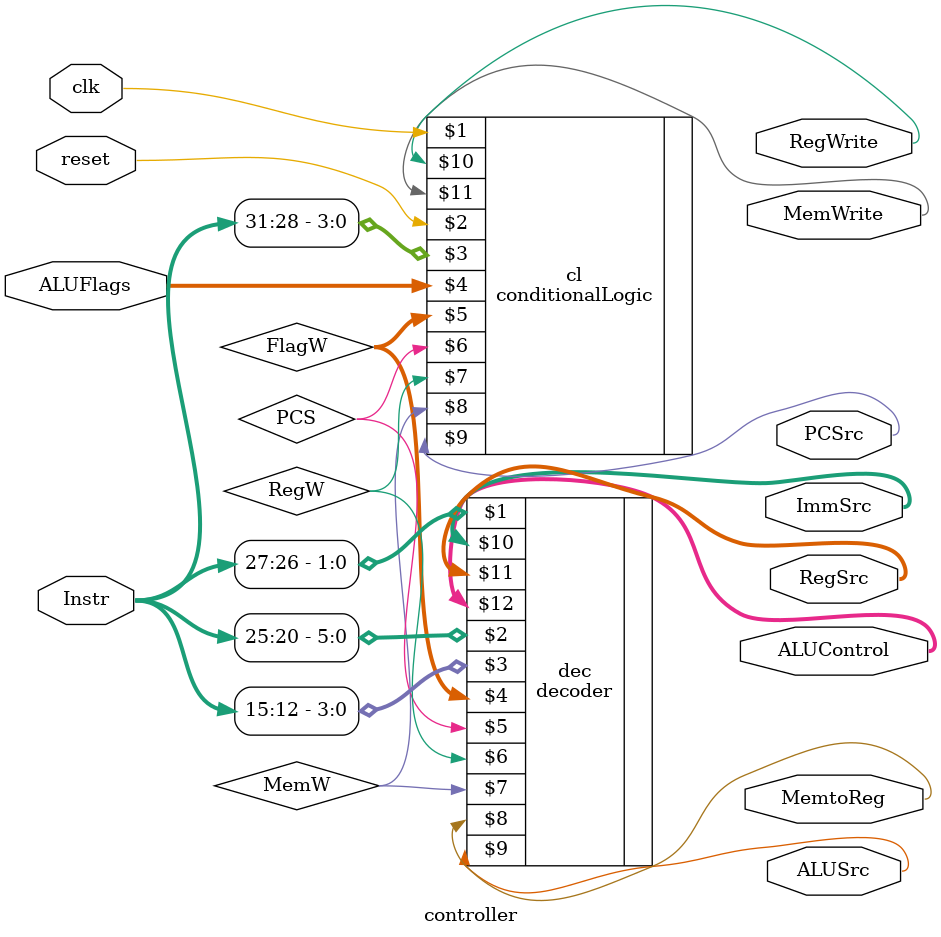
<source format=sv>
/*
	Instr[31:28] -> Condition (Cond)
	Instr[27:26] -> Operation Code (Op)
	Instr[25:20] -> Function (Funct)
	Instr[15:12] -> Rd
*/

module controller(input logic clk, reset,
						input logic [31:12] Instr,
						input logic [3:0] ALUFlags, //NZCV
						
						output logic [1:0] RegSrc, // RegSrc[1]->  Selector del MUX de RA2| RegSrc[0]-> Selector del MUX de RA1
						output logic RegWrite,
						output logic [1:0] ImmSrc,
						output logic ALUSrc,
						output logic [1:0] ALUControl,
						output logic MemWrite, MemtoReg,
						output logic PCSrc);
						
	logic [1:0] FlagW; //FlaW[0]-> Para C y V.|FlaW[1]-> Para N y Z.
	logic PCS,RegW, MemW;
	
	decoder dec(Instr[27:26], Instr[25:20], Instr[15:12],
					FlagW, PCS, RegW, MemW,
					MemtoReg, ALUSrc, ImmSrc, RegSrc, ALUControl);
	
	conditionalLogic cl(clk, reset, Instr[31:28], ALUFlags,
							  FlagW, PCS, RegW, MemW,
							  PCSrc, RegWrite, MemWrite);
	
endmodule
</source>
